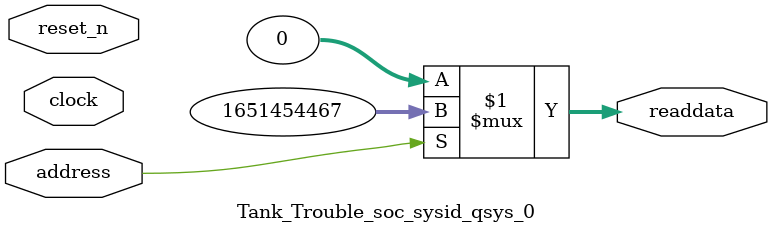
<source format=v>



// synthesis translate_off
`timescale 1ns / 1ps
// synthesis translate_on

// turn off superfluous verilog processor warnings 
// altera message_level Level1 
// altera message_off 10034 10035 10036 10037 10230 10240 10030 

module Tank_Trouble_soc_sysid_qsys_0 (
               // inputs:
                address,
                clock,
                reset_n,

               // outputs:
                readdata
             )
;

  output  [ 31: 0] readdata;
  input            address;
  input            clock;
  input            reset_n;

  wire    [ 31: 0] readdata;
  //control_slave, which is an e_avalon_slave
  assign readdata = address ? 1651454467 : 0;

endmodule



</source>
